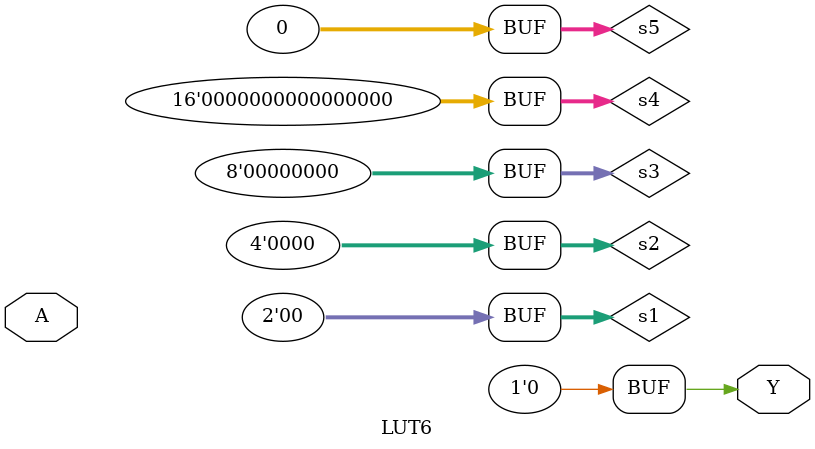
<source format=v>
`timescale 1ns/1ps
`celldefine

module LUT6 #(
  parameter [63:0] INIT_VALUE = 64'h0000000000000000 // 64-bit LUT logic value
) (
  input [5:0] A, // Data Input
  output Y // Data Output
);

  wire [31: 0] s5 = A[5] ? INIT_VALUE[63:32] : INIT_VALUE[31: 0];
  wire [15: 0] s4 = A[4] ?   s5[31:16] :   s5[15: 0];
  wire [ 7: 0] s3 = A[3] ?   s4[15: 8] :   s4[ 7: 0];
  wire [ 3: 0] s2 = A[2] ?   s3[ 7: 4] :   s3[ 3: 0];
  wire [ 1: 0] s1 = A[1] ?   s2[ 3: 2] :   s2[ 1: 0];
  assign Y = A[0] ? s1[1] : s1[0];

  `ifndef SYNTHESIS  
    `ifdef TIMED_SIM
      specparam T1 = 0.5;

        specify
          (A => Y) = (T1);
        endspecify
    `endif // `ifdef TIMED_SIM  
  `endif //  `ifndef SYNTHESIS
        
endmodule
`endcelldefine

</source>
